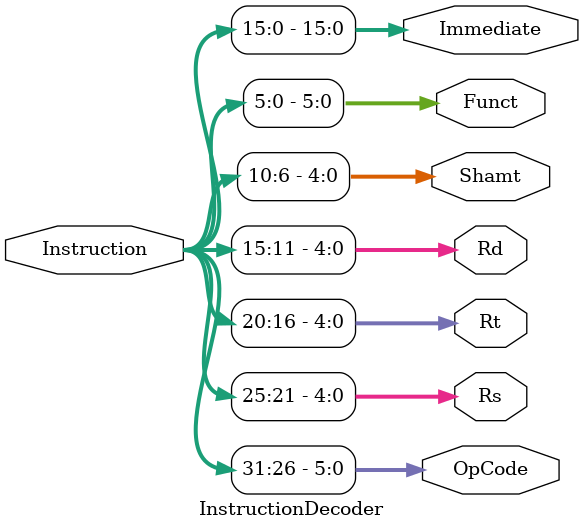
<source format=v>
module InstructionDecoder(
    input [31:0] Instruction,
    output [5:0] OpCode,
    output [4:0] Rs,
    output [4:0] Rt,
    output [4:0] Rd,
    output [4:0] Shamt,
    output [5:0] Funct,
    output [15:0] Immediate
);
    assign OpCode = Instruction[31:26];
    assign Rs = Instruction[25:21];
    assign Rt = Instruction[20:16];
    assign Rd = Instruction[15:11];
    assign Shamt = Instruction[10:6];
    assign Funct = Instruction[5:0];
    assign Immediate = Instruction[15:0];
endmodule
</source>
